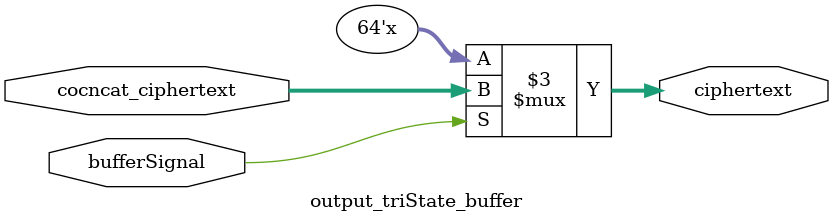
<source format=sv>
`timescale 1ns / 1ps


module output_triState_buffer(
    input logic bufferSignal,
    input logic [63:0] cocncat_ciphertext,
    output logic [63:0] ciphertext
    );
    
    always_comb
    begin
        case (bufferSignal)
            1'b1: ciphertext = cocncat_ciphertext;
            default: ciphertext = 64'bz;
        endcase
    end
    
endmodule

</source>
